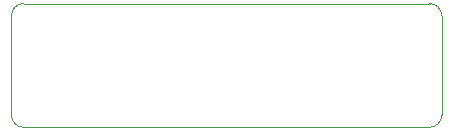
<source format=gbr>
%FSLAX34Y34*%
%MOMM*%
%LNCOPPER_BOTTOM*%
G71*
G01*
%ADD10C, 0.100*%
%LPD*%
G54D10*
X794Y-11112D02*
X794Y-95250D01*
G54D10*
X365125Y-95250D02*
X365125Y-11112D01*
G54D10*
G75*
G01X11113Y-793D02*
G03X794Y-11112I0J-10319D01*
G01*
G54D10*
G75*
G01X365125Y-11112D02*
G03X354806Y-794I-10319J0D01*
G01*
G54D10*
G75*
G01X354806Y-105569D02*
G03X365125Y-95250I0J10319D01*
G01*
G54D10*
G75*
G01X794Y-95250D02*
G03X11112Y-105569I10318J0D01*
G01*
G54D10*
X354806Y-105569D02*
X11112Y-105569D01*
G54D10*
X11113Y-793D02*
X354806Y-794D01*
M02*

</source>
